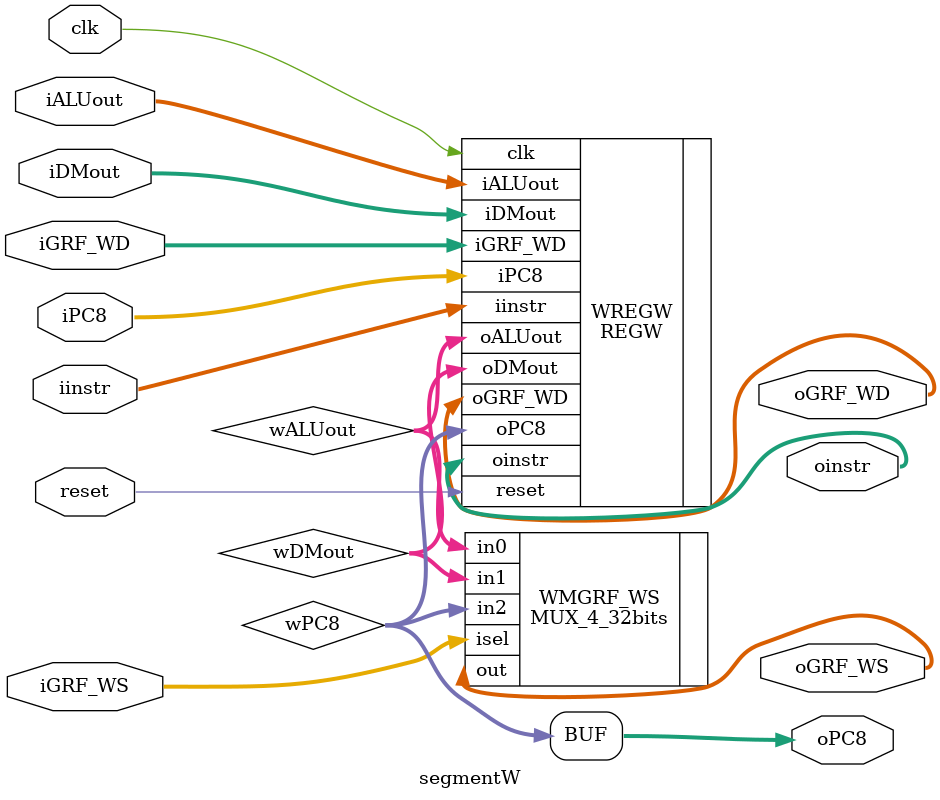
<source format=v>
`timescale 1ns / 1ps

module segmentF(
		// controller
		input [2:0] iNPC_sel,
		// harzard
		input iNPC_en,
		// others
		input [31:0] iinstr,
		input [31:0] irs,
		input clk,
		input reset,
		output [31:0] oinstr,
		output [31:0] oPC8
    );

	wire [31:0] wPC;
	wire [31:0] wNPC;
	
	IM FIM(.iPC(wPC[11:2]), .oinstr(oinstr));
	
	PC FPC(.iNPC(wNPC), .clk(clk), .en(iNPC_en), .reset(reset), .oPC(wPC));
	
	NPC FNPC(.iPC(wPC), .iinstr(iinstr), .irs(irs), .iNPC_sel(iNPC_sel), .oNPC(wNPC), .oPC8(oPC8));

endmodule

module segmentD(
		// controller
		input [2:0] iEXT_op,
		input iGRF_WE,
		output oCMP_equal,
		// hazard
		input iREGD_en,
		input [1:0] iFGRFo1_sel,
		input [1:0] iFGRFo2_sel,
		// others
		input [31:0] iinstr,
		input [31:0] iPC8,
		input [31:0] iPC8M,
		input [31:0] iPC8W,
		input clk,
		input reset,
		input [31:0] iGRF_Data,
		input [4:0] iGRF_WD,
		input [31:0] iFM2D,
		input [31:0] iFW2D,
		output [31:0] oinstr,
		output [31:0] oGRFo1,
		output [31:0] oGRFo2,
		output [31:0] oPC8,
		output [31:0] oEXTout
    );

	wire [31:0] wGRFo1;
	wire [31:0] wGRFo2;
	wire [31:0] wMFGRFo1;
	wire [31:0] wMFGRFo2;
	wire [31:0] winstr;
	
	REGD DREGD(.iinstr(iinstr), .iPC8(iPC8), .clk(clk), .en(iREGD_en), .reset(reset), .oinstr(winstr), .oPC8(oPC8));
	
	GRF DGRF(.iA1_Addr(winstr[25:21]), .iA2_Addr(winstr[20:16]), .iA3_Addr(iGRF_WD), .iWD(iGRF_Data), .iPC8(iPC8W), 
	         .clk(clk), .iWE(iGRF_WE), .reset(reset), .oA1_Data(wGRFo1), .oA2_Data(wGRFo2));
				
	EXT DEXT(.i16(winstr[15:0]), .iop(iEXT_op), .o32(oEXTout));
	
	MUX_4_32bits DMFGRFo1(.in0(iFM2D), .in1(iFW2D), .in2(iPC8M), .in3(wGRFo1), .isel(iFGRFo1_sel), .out(wMFGRFo1));
	
	MUX_4_32bits DMFGRFo2(.in0(iFM2D), .in1(iFW2D), .in2(iPC8M), .in3(wGRFo2), .isel(iFGRFo2_sel), .out(wMFGRFo2));
	
	CMP DCMP(.iA1(wMFGRFo1), .iA2(wMFGRFo2), .oequal(oCMP_equal));
	
	assign oinstr = winstr;
	assign oGRFo1 = wMFGRFo1;
	assign oGRFo2 = wMFGRFo2;

endmodule

module segmentE(
		// controller
		input iALU_src,
		input [1:0] iGRF_WD,
		input [2:0] iALU_op,
		// hazard
		input iREGE_clear,
		input [1:0] iFALUi1_sel,
		input [1:0] iFALUi2_sel,
		// others
		input [31:0] iinstr,
		input [31:0] iGRFo1,
		input [31:0] iGRFo2,
		input [31:0] iPC8,
		input [31:0] iPC8M,
		input [31:0] iEXTout,
		input [31:0] iFM2E,
		input [31:0] iFW2E,
		input clk,
		input reset,
		output [31:0] oinstr,
		output [31:0] oALUout,
		output [31:0] oALUi2,
		output [31:0] oPC8,
		output [4:0] oGRF_WD
    );

	reg [4:0] rconst1f;
	initial rconst1f = 5'h1f;
	
	wire [31:0] wGRFo1;
	wire [31:0] wGRFo2;
	wire [31:0] wEXTout;
	wire [31:0] wMFALUi1;
	wire [31:0] wMFALUi2;
	wire [31:0] wMALUi2;
	wire [4:0] wconst1f;
	wire [31:0] winstr;
	
	assign wconst1f = rconst1f;
	
	REGE EREGE(.iinstr(iinstr), .iGRFo1(iGRFo1), .iGRFo2(iGRFo2), .iPC8(iPC8), .iEXTout(iEXTout), 
	           .clk(clk), .clear(iREGE_clear), .reset(reset), .oinstr(winstr), .oGRFo1(wGRFo1), 
				  .oGRFo2(wGRFo2), .oPC8(oPC8), .oEXTout(wEXTout));

	MUX_4_32bits EMFALUi1(.in0(iFM2E), .in1(iFW2E), .in2(iPC8M), .in3(wGRFo1), .isel(iFALUi1_sel), .out(wMFALUi1));
	
	MUX_4_32bits EMFALUi2(.in0(iFM2E), .in1(iFW2E), .in2(iPC8M), .in3(wGRFo2), .isel(iFALUi2_sel), .out(wMFALUi2));
	
	MUX_4_5bits EMGRF_WD(.in0(winstr[20:16]), .in1(winstr[15:11]), .in2(wconst1f), .isel(iGRF_WD), .out(oGRF_WD));
	
	MUX_2_32bits EMALUi2(.in0(wMFALUi2), .in1(wEXTout), .isel(iALU_src), .out(wMALUi2));
	
	ALU EALU(.iA1(wMFALUi1), .iA2(wMALUi2), .iop(iALU_op), .out(oALUout));
	
	assign oinstr = winstr;
	assign oALUi2 = wMFALUi2;

endmodule

module segmentM(
		// controller
		input iDM_WE,
		// hazard
		input iFDMin_sel,
		// others
		input [31:0] iinstr,
		input [31:0] iALUout,
		input [31:0] iALUi2,
		input [31:0] iPC8,
		input [4:0] iGRF_WD,
		input [31:0] iFW2M,
		input clk,
		input reset,
		output [31:0] oinstr,
		output [31:0] oALUout,
		output [31:0] oDMout,
		output [31:0] oPC8,
		output [4:0] oGRF_WD
    );
	
	wire [31:0] wALUout;
	wire [31:0] wALUi2;
	wire [31:0] wPC8;
	wire [31:0] wDMin;
	
	REGM MREGM(.iinstr(iinstr), .iALUout(iALUout), .iALUi2(iALUi2), .iPC8(iPC8), .iGRF_WD(iGRF_WD), 
				  .clk(clk), .reset(reset), .oinstr(oinstr), .oALUout(wALUout), .oALUi2(wALUi2), 
				  .oPC8(wPC8), .oGRF_WD(oGRF_WD));
	
	MUX_2_32bits MMFDMin(.in0(iFW2M), .in1(wALUi2), .isel(iFDMin_sel), .out(wDMin));
	
	DM MDM(.iAddr(wALUout[11:2]), .iData(wDMin), .iPC8(wPC8), .iDM_WE(iDM_WE), .clk(clk), .reset(reset), 
			 .out(oDMout));
	
	assign oALUout = wALUout;
	assign oPC8 = wPC8;

endmodule

module segmentW(
		// controller
		input [1:0] iGRF_WS,
		// others
		input [31:0] iinstr,
		input [31:0] iALUout,
		input [31:0] iDMout,
		input [31:0] iPC8,
		input [4:0] iGRF_WD,
		input clk,
		input reset,
		output [31:0] oinstr,
		output [31:0] oGRF_WS,
		output [31:0] oPC8,
		output [4:0] oGRF_WD
	 );
	
	wire [31:0] wALUout;
	wire [31:0] wDMout;
	wire [31:0] wPC8;
	
	REGW WREGW(.iinstr(iinstr), .iALUout(iALUout), .iDMout(iDMout), .iPC8(iPC8), .iGRF_WD(iGRF_WD), .clk(clk), 
				  .reset(reset), .oinstr(oinstr), .oALUout(wALUout), .oDMout(wDMout), .oPC8(wPC8), .oGRF_WD(oGRF_WD));
	
	MUX_4_32bits WMGRF_WS(.in0(wALUout), .in1(wDMout), .in2(wPC8), .isel(iGRF_WS), .out(oGRF_WS));
	
	assign oPC8 = wPC8;
	
endmodule

</source>
